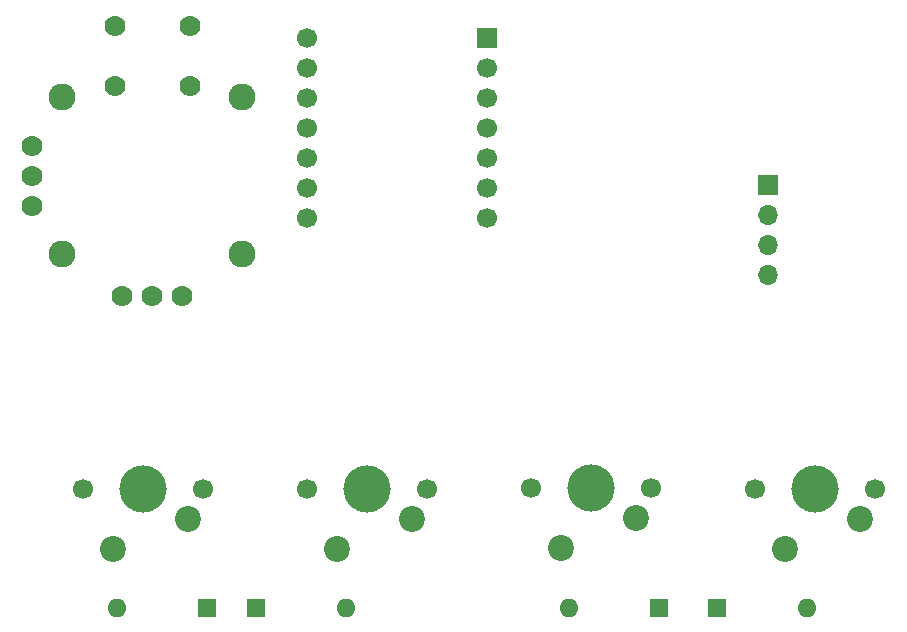
<source format=gbr>
%TF.GenerationSoftware,KiCad,Pcbnew,8.0.5-dirty*%
%TF.CreationDate,2024-10-19T17:10:19-04:00*%
%TF.ProjectId,rowanpad,726f7761-6e70-4616-942e-6b696361645f,rev?*%
%TF.SameCoordinates,Original*%
%TF.FileFunction,Soldermask,Top*%
%TF.FilePolarity,Negative*%
%FSLAX46Y46*%
G04 Gerber Fmt 4.6, Leading zero omitted, Abs format (unit mm)*
G04 Created by KiCad (PCBNEW 8.0.5-dirty) date 2024-10-19 17:10:19*
%MOMM*%
%LPD*%
G01*
G04 APERTURE LIST*
%ADD10C,1.700000*%
%ADD11C,4.000000*%
%ADD12C,2.200000*%
%ADD13R,1.600000X1.600000*%
%ADD14O,1.600000X1.600000*%
%ADD15R,1.700000X1.700000*%
%ADD16O,1.700000X1.700000*%
%ADD17C,1.778000*%
%ADD18C,2.286000*%
G04 APERTURE END LIST*
D10*
%TO.C,SW1*%
X136190000Y-139960000D03*
D11*
X131110000Y-139960000D03*
D10*
X126030000Y-139960000D03*
D12*
X128570000Y-145040000D03*
X134920000Y-142500000D03*
%TD*%
D13*
%TO.C,D5*%
X179690000Y-150000000D03*
D14*
X187310000Y-150000000D03*
%TD*%
D15*
%TO.C,J1*%
X184000000Y-114190000D03*
D16*
X184000000Y-116730000D03*
X184000000Y-119270000D03*
X184000000Y-121810000D03*
%TD*%
D13*
%TO.C,D1*%
X136500000Y-150000000D03*
D14*
X128880000Y-150000000D03*
%TD*%
D17*
%TO.C,U2*%
X128705000Y-100741500D03*
X135055000Y-100741500D03*
X128705000Y-105821500D03*
X135055000Y-105821500D03*
X129340000Y-123601500D03*
X131880000Y-123601500D03*
X134420000Y-123601500D03*
D18*
X124260000Y-106774000D03*
X124260000Y-120109000D03*
X139500000Y-106774000D03*
X139500000Y-120109000D03*
D17*
X121720000Y-110901500D03*
X121720000Y-113441500D03*
X121720000Y-115981500D03*
%TD*%
D13*
%TO.C,D2*%
X140690000Y-150000000D03*
D14*
X148310000Y-150000000D03*
%TD*%
D10*
%TO.C,SW5*%
X193120000Y-139960000D03*
D11*
X188040000Y-139960000D03*
D10*
X182960000Y-139960000D03*
D12*
X185500000Y-145040000D03*
X191850000Y-142500000D03*
%TD*%
D13*
%TO.C,D4*%
X174810000Y-150000000D03*
D14*
X167190000Y-150000000D03*
%TD*%
D10*
%TO.C,SW4*%
X174120000Y-139920000D03*
D11*
X169040000Y-139920000D03*
D10*
X163960000Y-139920000D03*
D12*
X166500000Y-145000000D03*
X172850000Y-142460000D03*
%TD*%
D10*
%TO.C,SW2*%
X155120000Y-139960000D03*
D11*
X150040000Y-139960000D03*
D10*
X144960000Y-139960000D03*
D12*
X147500000Y-145040000D03*
X153850000Y-142500000D03*
%TD*%
D15*
%TO.C,U1*%
X160250000Y-101760000D03*
D10*
X160250000Y-104300000D03*
X160250000Y-106840000D03*
X160250000Y-109380000D03*
X160250000Y-111920000D03*
X160250000Y-114460000D03*
X160250000Y-117000000D03*
X145000000Y-117000000D03*
X145000000Y-114460000D03*
X145000000Y-111920000D03*
X145000000Y-109380000D03*
X145000000Y-106840000D03*
X145000000Y-104300000D03*
X145000000Y-101760000D03*
%TD*%
M02*

</source>
